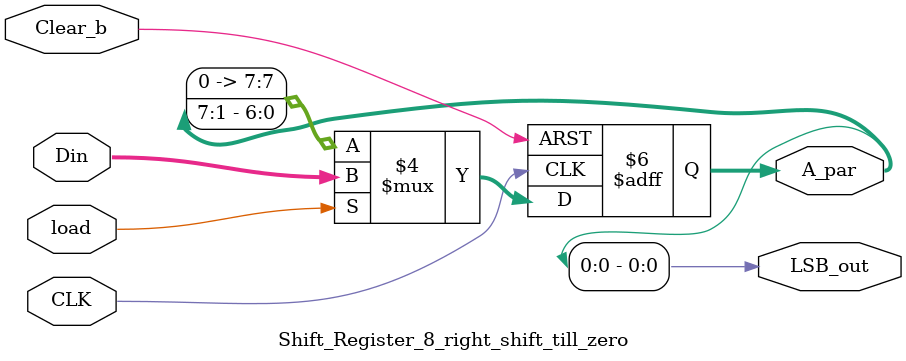
<source format=v>
`timescale 1ns / 1ps

module Shift_Register_8_right_shift_till_zero (
    input [7:0] Din,         
    input load,              
    input CLK,               
    input Clear_b,           
    output reg [7:0] A_par,  
    output LSB_out          
);

    always @(posedge CLK or negedge Clear_b)
    begin
        if (Clear_b == 0) begin
            A_par <= 8'b00000000;  // Reset the 8-bit register to all zeros
        end else if (load) begin
            A_par <= Din;  // Load the 8-bit input into the shift register
        end else begin
            A_par <= {1'b0, A_par[7:1]};  // Perform right shifting
        end
    end

    assign LSB_out = A_par[0];  // Assign the least significant bit to the output

endmodule

</source>
